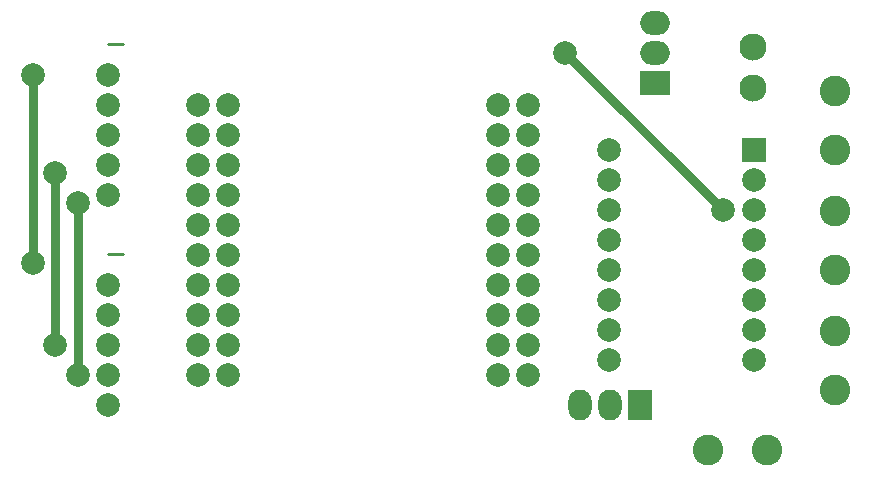
<source format=gtl>
G04 Layer: TopLayer*
G04 EasyEDA v6.5.39, 2023-12-12 15:22:05*
G04 97430d4051d74cbab9520267499de571,defc1f93b7bc4f92b0c06f3051cee8fa,10*
G04 Gerber Generator version 0.2*
G04 Scale: 100 percent, Rotated: No, Reflected: No *
G04 Dimensions in millimeters *
G04 leading zeros omitted , absolute positions ,4 integer and 5 decimal *
%FSLAX45Y45*%
%MOMM*%

%AMMACRO1*21,1,$1,$2,0,0,$3*%
%ADD10C,0.8000*%
%ADD11C,0.2540*%
%ADD12C,2.0000*%
%ADD13O,2.4999949999999997X1.9999959999999999*%
%ADD14MACRO1,2.0015X2.4994X90.0000*%
%ADD15C,2.3000*%
%ADD16C,2.6000*%
%ADD17R,2.0000X2.0000*%
%ADD18O,1.9999959999999999X2.5999948*%
%ADD19R,2.0000X2.6000*%

%LPD*%
D10*
X1397000Y1270000D02*
G01*
X1397000Y2730500D01*
X1587500Y2476500D02*
G01*
X1587500Y1016000D01*
X1206500Y3556000D02*
G01*
X1206500Y1968500D01*
X7048474Y2413000D02*
G01*
X5715000Y3746474D01*
X5715000Y3746500D01*
D11*
X1968103Y3822694D02*
G01*
X1841103Y3822694D01*
X1968103Y2044700D02*
G01*
X1841103Y2044700D01*
G75*
G01*
X1885800Y2539695D02*
G02*
X1821800Y2539695I-32000J0D01*
G75*
G01*
X1821800Y2539695D02*
G02*
X1885800Y2539695I32000J0D01*
G75*
G01*
X1885800Y2793695D02*
G02*
X1821800Y2793695I-32000J0D01*
G75*
G01*
X1821800Y2793695D02*
G02*
X1885800Y2793695I32000J0D01*
G75*
G01*
X1885800Y3047695D02*
G02*
X1821800Y3047695I-32000J0D01*
G75*
G01*
X1821800Y3047695D02*
G02*
X1885800Y3047695I32000J0D01*
G75*
G01*
X1885800Y3301695D02*
G02*
X1821800Y3301695I-32000J0D01*
G75*
G01*
X1821800Y3301695D02*
G02*
X1885800Y3301695I32000J0D01*
G75*
G01*
X1885800Y3555695D02*
G02*
X1821800Y3555695I-32000J0D01*
G75*
G01*
X1821800Y3555695D02*
G02*
X1885800Y3555695I32000J0D01*
G75*
G01*
X1885800Y761700D02*
G02*
X1821800Y761700I-32000J0D01*
G75*
G01*
X1821800Y761700D02*
G02*
X1885800Y761700I32000J0D01*
G75*
G01*
X1885800Y1015700D02*
G02*
X1821800Y1015700I-32000J0D01*
G75*
G01*
X1821800Y1015700D02*
G02*
X1885800Y1015700I32000J0D01*
G75*
G01*
X1885800Y1269700D02*
G02*
X1821800Y1269700I-32000J0D01*
G75*
G01*
X1821800Y1269700D02*
G02*
X1885800Y1269700I32000J0D01*
G75*
G01*
X1885800Y1523700D02*
G02*
X1821800Y1523700I-32000J0D01*
G75*
G01*
X1821800Y1523700D02*
G02*
X1885800Y1523700I32000J0D01*
G75*
G01*
X1885800Y1777700D02*
G02*
X1821800Y1777700I-32000J0D01*
G75*
G01*
X1821800Y1777700D02*
G02*
X1885800Y1777700I32000J0D01*
D12*
G01*
X2603474Y1016000D03*
G01*
X2857474Y1016000D03*
G01*
X2603474Y1270000D03*
G01*
X2857474Y1270000D03*
G01*
X2603474Y1524000D03*
G01*
X2857474Y1524000D03*
G01*
X2603474Y1778000D03*
G01*
X2857474Y1778000D03*
G01*
X2603474Y2032000D03*
G01*
X2857474Y2032000D03*
G01*
X2603474Y2286000D03*
G01*
X2857474Y2286000D03*
G01*
X2603474Y2540000D03*
G01*
X2857474Y2540000D03*
G01*
X2603474Y2794000D03*
G01*
X2857474Y2794000D03*
G01*
X2603474Y3048000D03*
G01*
X2857474Y3048000D03*
G01*
X2603474Y3302000D03*
G01*
X2857474Y3302000D03*
G01*
X5397474Y1016000D03*
G01*
X5143474Y1016000D03*
G01*
X5143474Y1270000D03*
G01*
X5143474Y1524000D03*
G01*
X5143474Y1778000D03*
G01*
X5143474Y2032000D03*
G01*
X5143474Y2286000D03*
G01*
X5143474Y2540000D03*
G01*
X5143474Y2794000D03*
G01*
X5143474Y3048000D03*
G01*
X5143474Y3302000D03*
G01*
X5397474Y3302000D03*
G01*
X5397474Y3048000D03*
G01*
X5397474Y2794000D03*
G01*
X5397474Y2540000D03*
G01*
X5397474Y2286000D03*
G01*
X5397474Y2032000D03*
G01*
X5397474Y1778000D03*
G01*
X5397474Y1524000D03*
G01*
X5397474Y1270000D03*
D13*
G01*
X6477000Y3746500D03*
G01*
X6477000Y4000500D03*
D14*
G01*
X6476987Y3492489D03*
D15*
G01*
X7302474Y3794505D03*
G01*
X7302474Y3444494D03*
D16*
G01*
X8001000Y3425418D03*
G01*
X8001000Y2924530D03*
G01*
X6925056Y381000D03*
G01*
X7425943Y381000D03*
G01*
X8000974Y1393444D03*
G01*
X8000974Y892555D03*
G01*
X8000974Y2409444D03*
G01*
X8000974Y1908555D03*
D12*
G01*
X1841500Y3556000D03*
G01*
X1841500Y3302000D03*
G01*
X1841500Y3048000D03*
G01*
X1841500Y2794000D03*
G01*
X1841500Y2540000D03*
G01*
X1841500Y1778000D03*
G01*
X1841500Y1524000D03*
G01*
X1841500Y1270000D03*
G01*
X1841500Y1016000D03*
G01*
X1841500Y762000D03*
D17*
G01*
X7315200Y2921000D03*
D12*
G01*
X7315200Y2667000D03*
G01*
X7315200Y2413000D03*
G01*
X7315200Y2159000D03*
G01*
X7315200Y1905000D03*
G01*
X7315200Y1651000D03*
G01*
X7315200Y1397000D03*
G01*
X7315200Y1143000D03*
G01*
X6083300Y1143000D03*
G01*
X6083300Y1397000D03*
G01*
X6083300Y1651000D03*
G01*
X6083300Y1905000D03*
G01*
X6083300Y2159000D03*
G01*
X6083300Y2413000D03*
G01*
X6083300Y2667000D03*
G01*
X6083300Y2921000D03*
D18*
G01*
X6096000Y761492D03*
G01*
X5841974Y762482D03*
D19*
G01*
X6350000Y761517D03*
D12*
G01*
X1397000Y1270000D03*
G01*
X1397000Y2730500D03*
G01*
X1587500Y1016000D03*
G01*
X1206500Y3556000D03*
G01*
X1206500Y1968500D03*
G01*
X5715000Y3746500D03*
G01*
X7048500Y2413000D03*
G01*
X1587500Y2476500D03*
M02*

</source>
